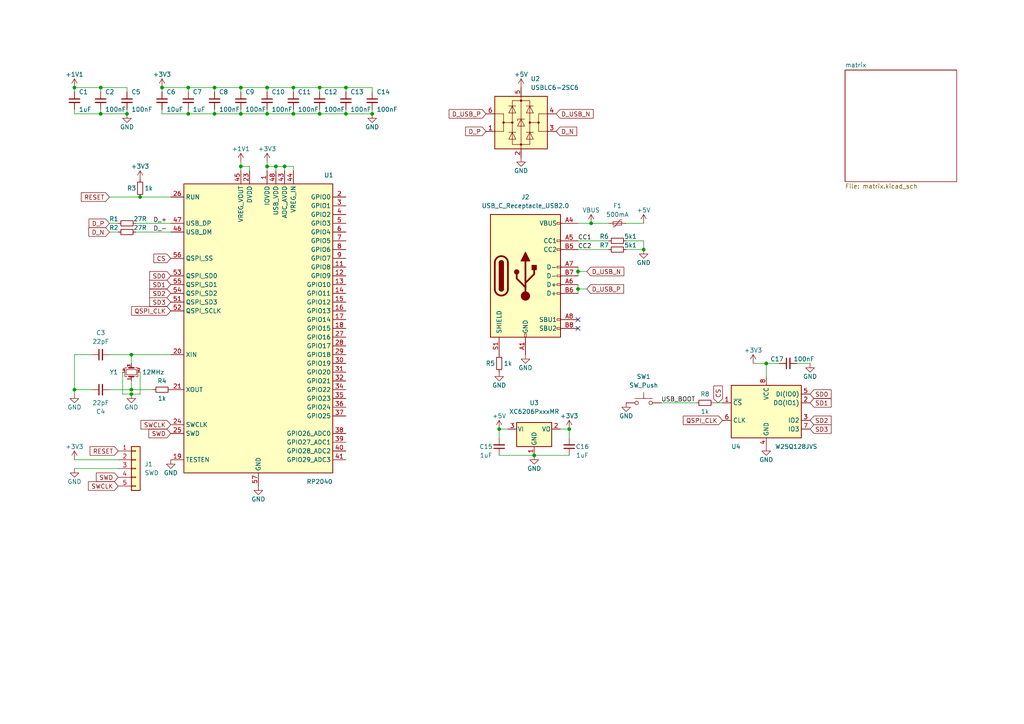
<source format=kicad_sch>
(kicad_sch (version 20211123) (generator eeschema)
  (paper "A4")
  (title_block (title "Swap 65 PCB"))
  (lib_symbols
    (symbol "Connector:USB_C_Receptacle_USB2.0" (pin_names (offset 1.016))
      (property "Reference" "J" (at -10.16 19.05 0))
      (property "Value" "USB_C_Receptacle_USB2.0" (at 19.05 19.05 0))
      (symbol "USB_C_Receptacle_USB2.0_0_0"
        (rectangle (start -0.254 -17.78) (end 0.254 -16.764))
        (rectangle (start 10.16 -14.986) (end 9.144 -15.494))
        (rectangle (start 10.16 -12.446) (end 9.144 -12.954))
        (rectangle (start 10.16 -4.826) (end 9.144 -5.334))
        (rectangle (start 10.16 -2.286) (end 9.144 -2.794))
        (rectangle (start 10.16 0.254) (end 9.144 -0.254))
        (rectangle (start 10.16 2.794) (end 9.144 2.286))
        (rectangle (start 10.16 7.874) (end 9.144 7.366))
        (rectangle (start 10.16 10.414) (end 9.144 9.906))
        (rectangle (start 10.16 15.494) (end 9.144 14.986))
      )
      (symbol "USB_C_Receptacle_USB2.0_0_1"
        (rectangle (start -10.16 17.78) (end 10.16 -17.78) (stroke (width 0.254)) (fill (type background)))
        (arc (start -8.89 -3.81) (mid -6.985 -5.715) (end -5.08 -3.81) (stroke (width 0.508)))
        (arc (start -7.62 -3.81) (mid -6.985 -4.445) (end -6.35 -3.81) (stroke (width 0.254)))
        (arc (start -7.62 -3.81) (mid -6.985 -4.445) (end -6.35 -3.81) (stroke (width 0.254)) (fill (type outline)))
        (rectangle (start -7.62 -3.81) (end -6.35 3.81) (stroke (width 0.254)) (fill (type outline)))
        (arc (start -6.35 3.81) (mid -6.985 4.445) (end -7.62 3.81) (stroke (width 0.254)))
        (arc (start -6.35 3.81) (mid -6.985 4.445) (end -7.62 3.81) (stroke (width 0.254)) (fill (type outline)))
        (arc (start -5.08 3.81) (mid -6.985 5.715) (end -8.89 3.81) (stroke (width 0.508)))
        (circle (center -2.54 1.143) (radius 0.635) (stroke (width 0.254)) (fill (type outline)))
        (circle (center 0 -5.842) (radius 1.27) (fill (type outline)))
        (polyline (pts (xy -8.89 -3.81) (xy -8.89 3.81)) (stroke (width 0.508)))
        (polyline (pts (xy -5.08 3.81) (xy -5.08 -3.81)) (stroke (width 0.508)))
        (polyline (pts (xy 0 -5.842) (xy 0 4.318)) (stroke (width 0.508)))
        (polyline (pts (xy 0 -3.302) (xy -2.54 -0.762) (xy -2.54 0.508)) (stroke (width 0.508)))
        (polyline (pts (xy 0 -2.032) (xy 2.54 0.508) (xy 2.54 1.778)) (stroke (width 0.508)))
        (polyline (pts (xy -1.27 4.318) (xy 0 6.858) (xy 1.27 4.318) (xy -1.27 4.318)) (stroke (width 0.254)) (fill (type outline)))
        (rectangle (start 1.905 1.778) (end 3.175 3.048) (stroke (width 0.254)) (fill (type outline)))
      )
      (symbol "USB_C_Receptacle_USB2.0_1_1"
        (pin passive line (at 0 -22.86 90) (length 5.08) (name "GND") (number "A1"))
        (pin passive line (at 0 -22.86 90) (length 5.08) hide (name "GND") (number "A12"))
        (pin passive line (at 15.24 15.24 180) (length 5.08) (name "VBUS") (number "A4"))
        (pin bidirectional line (at 15.24 10.16 180) (length 5.08) (name "CC1") (number "A5"))
        (pin bidirectional line (at 15.24 -2.54 180) (length 5.08) (name "D+") (number "A6"))
        (pin bidirectional line (at 15.24 2.54 180) (length 5.08) (name "D-") (number "A7"))
        (pin bidirectional line (at 15.24 -12.7 180) (length 5.08) (name "SBU1") (number "A8"))
        (pin passive line (at 15.24 15.24 180) (length 5.08) hide (name "VBUS") (number "A9"))
        (pin passive line (at 0 -22.86 90) (length 5.08) hide (name "GND") (number "B1"))
        (pin passive line (at 0 -22.86 90) (length 5.08) hide (name "GND") (number "B12"))
        (pin passive line (at 15.24 15.24 180) (length 5.08) hide (name "VBUS") (number "B4"))
        (pin bidirectional line (at 15.24 7.62 180) (length 5.08) (name "CC2") (number "B5"))
        (pin bidirectional line (at 15.24 -5.08 180) (length 5.08) (name "D+") (number "B6"))
        (pin bidirectional line (at 15.24 0 180) (length 5.08) (name "D-") (number "B7"))
        (pin bidirectional line (at 15.24 -15.24 180) (length 5.08) (name "SBU2") (number "B8"))
        (pin passive line (at 15.24 15.24 180) (length 5.08) hide (name "VBUS") (number "B9"))
        (pin passive line (at -7.62 -22.86 90) (length 5.08) (name "SHIELD") (number "S1"))
      )
    )
    (symbol "Connector_Generic:Conn_01x05" (pin_names (offset 1.016) hide)
      (property "Reference" "J" (at 0 7.62 0))
      (property "Value" "Conn_01x05" (at 0 -7.62 0))
      (symbol "Conn_01x05_1_1"
        (rectangle (start -1.27 -4.953) (end 0 -5.207) (stroke (width 0.1524)))
        (rectangle (start -1.27 -2.413) (end 0 -2.667) (stroke (width 0.1524)))
        (rectangle (start -1.27 0.127) (end 0 -0.127) (stroke (width 0.1524)))
        (rectangle (start -1.27 2.667) (end 0 2.413) (stroke (width 0.1524)))
        (rectangle (start -1.27 5.207) (end 0 4.953) (stroke (width 0.1524)))
        (rectangle (start -1.27 6.35) (end 1.27 -6.35) (stroke (width 0.254)) (fill (type background)))
        (pin passive line (at -5.08 5.08 0) (length 3.81) (name "Pin_1") (number "1"))
        (pin passive line (at -5.08 2.54 0) (length 3.81) (name "Pin_2") (number "2"))
        (pin passive line (at -5.08 0 0) (length 3.81) (name "Pin_3") (number "3"))
        (pin passive line (at -5.08 -2.54 0) (length 3.81) (name "Pin_4") (number "4"))
        (pin passive line (at -5.08 -5.08 0) (length 3.81) (name "Pin_5") (number "5"))
      )
    )
    (symbol "Device:C_Small" (pin_numbers hide) (pin_names (offset 0.254) hide)
      (property "Reference" "C" (at 0.254 1.778 0))
      (property "Value" "C_Small" (at 0.254 -2.032 0))
      (symbol "C_Small_0_1"
        (polyline (pts (xy -1.524 -0.508) (xy 1.524 -0.508)) (stroke (width 0.3302)))
        (polyline (pts (xy -1.524 0.508) (xy 1.524 0.508)) (stroke (width 0.3048)))
      )
      (symbol "C_Small_1_1"
        (pin passive line (at 0 2.54 270) (length 2.032) (name "~") (number "1"))
        (pin passive line (at 0 -2.54 90) (length 2.032) (name "~") (number "2"))
      )
    )
    (symbol "Device:Crystal_GND24_Small" (pin_names (offset 1.016) hide)
      (property "Reference" "Y" (at 1.27 4.445 0))
      (property "Value" "Crystal_GND24_Small" (at 1.27 2.54 0))
      (symbol "Crystal_GND24_Small_0_1"
        (rectangle (start -0.762 -1.524) (end 0.762 1.524))
        (polyline (pts (xy -1.27 -0.762) (xy -1.27 0.762)) (stroke (width 0.381)))
        (polyline (pts (xy 1.27 -0.762) (xy 1.27 0.762)) (stroke (width 0.381)))
        (polyline (pts (xy -1.27 -1.27) (xy -1.27 -1.905) (xy 1.27 -1.905) (xy 1.27 -1.27)))
        (polyline (pts (xy -1.27 1.27) (xy -1.27 1.905) (xy 1.27 1.905) (xy 1.27 1.27)))
      )
      (symbol "Crystal_GND24_Small_1_1"
        (pin passive line (at -2.54 0 0) (length 1.27) (name "1") (number "1"))
        (pin passive line (at 0 -2.54 90) (length 0.635) (name "2") (number "2"))
        (pin passive line (at 2.54 0 180) (length 1.27) (name "3") (number "3"))
        (pin passive line (at 0 2.54 270) (length 0.635) (name "4") (number "4"))
      )
    )
    (symbol "Device:Polyfuse_Small" (pin_numbers hide) (pin_names (offset 0))
      (property "Reference" "F" (at -1.905 0 90))
      (property "Value" "Polyfuse_Small" (at 1.905 0 90))
      (symbol "Polyfuse_Small_0_1"
        (rectangle (start -0.508 1.27) (end 0.508 -1.27))
        (polyline (pts (xy 0 2.54) (xy 0 -2.54)))
        (polyline (pts (xy -1.016 1.27) (xy -1.016 0.762) (xy 1.016 -0.762) (xy 1.016 -1.27)))
      )
      (symbol "Polyfuse_Small_1_1"
        (pin passive line (at 0 2.54 270) (length 0.635) (name "~") (number "1"))
        (pin passive line (at 0 -2.54 90) (length 0.635) (name "~") (number "2"))
      )
    )
    (symbol "Device:R_Small" (pin_numbers hide) (pin_names (offset 0.254) hide)
      (property "Reference" "R" (at 0.762 0.508 0))
      (property "Value" "R_Small" (at 0.762 -1.016 0))
      (symbol "R_Small_0_1"
        (rectangle (start -0.762 1.778) (end 0.762 -1.778) (stroke (width 0.2032)))
      )
      (symbol "R_Small_1_1"
        (pin passive line (at 0 2.54 270) (length 0.762) (name "~") (number "1"))
        (pin passive line (at 0 -2.54 90) (length 0.762) (name "~") (number "2"))
      )
    )
    (symbol "MCU_RaspberryPi:RP2040"
      (property "Reference" "U" (at 17.78 45.72 0))
      (property "Value" "RP2040" (at 17.78 43.18 0))
      (symbol "RP2040_0_1"
        (rectangle (start -21.59 41.91) (end 21.59 -41.91) (stroke (width 0.254)) (fill (type background)))
      )
      (symbol "RP2040_1_1"
        (pin power_in line (at 2.54 45.72 270) (length 3.81) (name "IOVDD") (number "1"))
        (pin passive line (at 2.54 45.72 270) (length 3.81) hide (name "IOVDD") (number "10"))
        (pin bidirectional line (at 25.4 17.78 180) (length 3.81) (name "GPIO8") (number "11"))
        (pin bidirectional line (at 25.4 15.24 180) (length 3.81) (name "GPIO9") (number "12"))
        (pin bidirectional line (at 25.4 12.7 180) (length 3.81) (name "GPIO10") (number "13"))
        (pin bidirectional line (at 25.4 10.16 180) (length 3.81) (name "GPIO11") (number "14"))
        (pin bidirectional line (at 25.4 7.62 180) (length 3.81) (name "GPIO12") (number "15"))
        (pin bidirectional line (at 25.4 5.08 180) (length 3.81) (name "GPIO13") (number "16"))
        (pin bidirectional line (at 25.4 2.54 180) (length 3.81) (name "GPIO14") (number "17"))
        (pin bidirectional line (at 25.4 0 180) (length 3.81) (name "GPIO15") (number "18"))
        (pin input line (at -25.4 -38.1 0) (length 3.81) (name "TESTEN") (number "19"))
        (pin bidirectional line (at 25.4 38.1 180) (length 3.81) (name "GPIO0") (number "2"))
        (pin input line (at -25.4 -7.62 0) (length 3.81) (name "XIN") (number "20"))
        (pin passive line (at -25.4 -17.78 0) (length 3.81) (name "XOUT") (number "21"))
        (pin passive line (at 2.54 45.72 270) (length 3.81) hide (name "IOVDD") (number "22"))
        (pin power_in line (at -2.54 45.72 270) (length 3.81) (name "DVDD") (number "23"))
        (pin output line (at -25.4 -27.94 0) (length 3.81) (name "SWCLK") (number "24"))
        (pin bidirectional line (at -25.4 -30.48 0) (length 3.81) (name "SWD") (number "25"))
        (pin input line (at -25.4 38.1 0) (length 3.81) (name "RUN") (number "26"))
        (pin bidirectional line (at 25.4 -2.54 180) (length 3.81) (name "GPIO16") (number "27"))
        (pin bidirectional line (at 25.4 -5.08 180) (length 3.81) (name "GPIO17") (number "28"))
        (pin bidirectional line (at 25.4 -7.62 180) (length 3.81) (name "GPIO18") (number "29"))
        (pin bidirectional line (at 25.4 35.56 180) (length 3.81) (name "GPIO1") (number "3"))
        (pin bidirectional line (at 25.4 -10.16 180) (length 3.81) (name "GPIO19") (number "30"))
        (pin bidirectional line (at 25.4 -12.7 180) (length 3.81) (name "GPIO20") (number "31"))
        (pin bidirectional line (at 25.4 -15.24 180) (length 3.81) (name "GPIO21") (number "32"))
        (pin passive line (at 2.54 45.72 270) (length 3.81) hide (name "IOVDD") (number "33"))
        (pin bidirectional line (at 25.4 -17.78 180) (length 3.81) (name "GPIO22") (number "34"))
        (pin bidirectional line (at 25.4 -20.32 180) (length 3.81) (name "GPIO23") (number "35"))
        (pin bidirectional line (at 25.4 -22.86 180) (length 3.81) (name "GPIO24") (number "36"))
        (pin bidirectional line (at 25.4 -25.4 180) (length 3.81) (name "GPIO25") (number "37"))
        (pin bidirectional line (at 25.4 -30.48 180) (length 3.81) (name "GPIO26_ADC0") (number "38"))
        (pin bidirectional line (at 25.4 -33.02 180) (length 3.81) (name "GPIO27_ADC1") (number "39"))
        (pin bidirectional line (at 25.4 33.02 180) (length 3.81) (name "GPIO2") (number "4"))
        (pin bidirectional line (at 25.4 -35.56 180) (length 3.81) (name "GPIO28_ADC2") (number "40"))
        (pin bidirectional line (at 25.4 -38.1 180) (length 3.81) (name "GPIO29_ADC3") (number "41"))
        (pin passive line (at 2.54 45.72 270) (length 3.81) hide (name "IOVDD") (number "42"))
        (pin power_in line (at 7.62 45.72 270) (length 3.81) (name "ADC_AVDD") (number "43"))
        (pin power_in line (at 10.16 45.72 270) (length 3.81) (name "VREG_IN") (number "44"))
        (pin power_out line (at -5.08 45.72 270) (length 3.81) (name "VREG_VOUT") (number "45"))
        (pin bidirectional line (at -25.4 27.94 0) (length 3.81) (name "USB_DM") (number "46"))
        (pin bidirectional line (at -25.4 30.48 0) (length 3.81) (name "USB_DP") (number "47"))
        (pin power_in line (at 5.08 45.72 270) (length 3.81) (name "USB_VDD") (number "48"))
        (pin passive line (at 2.54 45.72 270) (length 3.81) hide (name "IOVDD") (number "49"))
        (pin bidirectional line (at 25.4 30.48 180) (length 3.81) (name "GPIO3") (number "5"))
        (pin passive line (at -2.54 45.72 270) (length 3.81) hide (name "DVDD") (number "50"))
        (pin bidirectional line (at -25.4 7.62 0) (length 3.81) (name "QSPI_SD3") (number "51"))
        (pin output line (at -25.4 5.08 0) (length 3.81) (name "QSPI_SCLK") (number "52"))
        (pin bidirectional line (at -25.4 15.24 0) (length 3.81) (name "QSPI_SD0") (number "53"))
        (pin bidirectional line (at -25.4 10.16 0) (length 3.81) (name "QSPI_SD2") (number "54"))
        (pin bidirectional line (at -25.4 12.7 0) (length 3.81) (name "QSPI_SD1") (number "55"))
        (pin bidirectional line (at -25.4 20.32 0) (length 3.81) (name "QSPI_SS") (number "56"))
        (pin power_in line (at 0 -45.72 90) (length 3.81) (name "GND") (number "57"))
        (pin bidirectional line (at 25.4 27.94 180) (length 3.81) (name "GPIO4") (number "6"))
        (pin bidirectional line (at 25.4 25.4 180) (length 3.81) (name "GPIO5") (number "7"))
        (pin bidirectional line (at 25.4 22.86 180) (length 3.81) (name "GPIO6") (number "8"))
        (pin bidirectional line (at 25.4 20.32 180) (length 3.81) (name "GPIO7") (number "9"))
      )
    )
    (symbol "Memory_Flash:W25Q128JVS"
      (property "Reference" "U" (at -8.89 8.89 0))
      (property "Value" "W25Q128JVS" (at 7.62 8.89 0))
      (symbol "W25Q128JVS_0_1"
        (rectangle (start -10.16 7.62) (end 10.16 -7.62) (stroke (width 0.254)) (fill (type background)))
      )
      (symbol "W25Q128JVS_1_1"
        (pin input line (at -12.7 2.54 0) (length 2.54) (name "~{CS}") (number "1"))
        (pin bidirectional line (at 12.7 2.54 180) (length 2.54) (name "DO(IO1)") (number "2"))
        (pin bidirectional line (at 12.7 -2.54 180) (length 2.54) (name "IO2") (number "3"))
        (pin power_in line (at 0 -10.16 90) (length 2.54) (name "GND") (number "4"))
        (pin bidirectional line (at 12.7 5.08 180) (length 2.54) (name "DI(IO0)") (number "5"))
        (pin input line (at -12.7 -2.54 0) (length 2.54) (name "CLK") (number "6"))
        (pin bidirectional line (at 12.7 -5.08 180) (length 2.54) (name "IO3") (number "7"))
        (pin power_in line (at 0 10.16 270) (length 2.54) (name "VCC") (number "8"))
      )
    )
    (symbol "Power_Protection:USBLC6-2SC6" (pin_names hide)
      (property "Reference" "U" (at 2.54 8.89 0))
      (property "Value" "USBLC6-2SC6" (at 2.54 -8.89 0))
      (symbol "USBLC6-2SC6_0_1"
        (rectangle (start -7.62 -7.62) (end 7.62 7.62) (stroke (width 0.254)) (fill (type background)))
        (circle (center -5.08 0) (radius 0.254) (fill (type outline)))
        (circle (center -2.54 0) (radius 0.254) (fill (type outline)))
        (rectangle (start -2.54 6.35) (end 2.54 -6.35))
        (circle (center 0 -6.35) (radius 0.254) (fill (type outline)))
        (polyline (pts (xy -5.08 -2.54) (xy -7.62 -2.54)))
        (polyline (pts (xy -5.08 0) (xy -5.08 -2.54)))
        (polyline (pts (xy -5.08 2.54) (xy -7.62 2.54)))
        (polyline (pts (xy -1.524 -2.794) (xy -3.556 -2.794)))
        (polyline (pts (xy -1.524 4.826) (xy -3.556 4.826)))
        (polyline (pts (xy 0 -7.62) (xy 0 -6.35)))
        (polyline (pts (xy 0 -6.35) (xy 0 1.27)))
        (polyline (pts (xy 0 1.27) (xy 0 6.35)))
        (polyline (pts (xy 0 6.35) (xy 0 7.62)))
        (polyline (pts (xy 1.524 -2.794) (xy 3.556 -2.794)))
        (polyline (pts (xy 1.524 4.826) (xy 3.556 4.826)))
        (polyline (pts (xy 5.08 -2.54) (xy 7.62 -2.54)))
        (polyline (pts (xy 5.08 0) (xy 5.08 -2.54)))
        (polyline (pts (xy 5.08 2.54) (xy 7.62 2.54)))
        (polyline (pts (xy -2.54 0) (xy -5.08 0) (xy -5.08 2.54)))
        (polyline (pts (xy 2.54 0) (xy 5.08 0) (xy 5.08 2.54)))
        (polyline (pts (xy -3.556 -4.826) (xy -1.524 -4.826) (xy -2.54 -2.794) (xy -3.556 -4.826)))
        (polyline (pts (xy -3.556 2.794) (xy -1.524 2.794) (xy -2.54 4.826) (xy -3.556 2.794)))
        (polyline (pts (xy -1.016 -1.016) (xy 1.016 -1.016) (xy 0 1.016) (xy -1.016 -1.016)))
        (polyline (pts (xy 1.016 1.016) (xy 0.762 1.016) (xy -1.016 1.016) (xy -1.016 0.508)))
        (polyline (pts (xy 3.556 -4.826) (xy 1.524 -4.826) (xy 2.54 -2.794) (xy 3.556 -4.826)))
        (polyline (pts (xy 3.556 2.794) (xy 1.524 2.794) (xy 2.54 4.826) (xy 3.556 2.794)))
        (circle (center 0 6.35) (radius 0.254) (fill (type outline)))
        (circle (center 2.54 0) (radius 0.254) (fill (type outline)))
        (circle (center 5.08 0) (radius 0.254) (fill (type outline)))
      )
      (symbol "USBLC6-2SC6_1_1"
        (pin passive line (at -10.16 -2.54 0) (length 2.54) (name "I/O1") (number "1"))
        (pin passive line (at 0 -10.16 90) (length 2.54) (name "GND") (number "2"))
        (pin passive line (at 10.16 -2.54 180) (length 2.54) (name "I/O2") (number "3"))
        (pin passive line (at 10.16 2.54 180) (length 2.54) (name "I/O2") (number "4"))
        (pin passive line (at 0 10.16 270) (length 2.54) (name "VBUS") (number "5"))
        (pin passive line (at -10.16 2.54 0) (length 2.54) (name "I/O1") (number "6"))
      )
    )
    (symbol "Regulator_Linear:XC6206PxxxMR" (pin_names (offset 0.254))
      (property "Reference" "U" (at -3.81 3.175 0))
      (property "Value" "XC6206PxxxMR" (at 0 3.175 0))
      (symbol "XC6206PxxxMR_0_1"
        (rectangle (start -5.08 1.905) (end 5.08 -5.08) (stroke (width 0.254)) (fill (type background)))
      )
      (symbol "XC6206PxxxMR_1_1"
        (pin power_in line (at 0 -7.62 90) (length 2.54) (name "GND") (number "1"))
        (pin power_out line (at 7.62 0 180) (length 2.54) (name "VO") (number "2"))
        (pin power_in line (at -7.62 0 0) (length 2.54) (name "VI") (number "3"))
      )
    )
    (symbol "Switch:SW_Push" (pin_numbers hide) (pin_names (offset 1.016) hide)
      (property "Reference" "SW" (at 1.27 2.54 0))
      (property "Value" "SW_Push" (at 0 -1.524 0))
      (symbol "SW_Push_0_1"
        (circle (center -2.032 0) (radius 0.508))
        (polyline (pts (xy 0 1.27) (xy 0 3.048)))
        (polyline (pts (xy 2.54 1.27) (xy -2.54 1.27)))
        (circle (center 2.032 0) (radius 0.508))
        (pin passive line (at -5.08 0 0) (length 2.54) (name "1") (number "1"))
        (pin passive line (at 5.08 0 180) (length 2.54) (name "2") (number "2"))
      )
    )
    (symbol "power:+1V1" (power) (pin_names (offset 0))
      (property "Value" "+1V1" (at 0 3.556 0))
      (symbol "+1V1_0_1"
        (polyline (pts (xy -0.762 1.27) (xy 0 2.54)))
        (polyline (pts (xy 0 0) (xy 0 2.54)))
        (polyline (pts (xy 0 2.54) (xy 0.762 1.27)))
      )
      (symbol "+1V1_1_1"
        (pin power_in line (at 0 0 90) (length 0) hide (name "+1V1") (number "1"))
      )
    )
    (symbol "power:+3V3" (power) (pin_names (offset 0))
      (property "Value" "+3V3" (at 0 3.556 0))
      (symbol "+3V3_0_1"
        (polyline (pts (xy -0.762 1.27) (xy 0 2.54)))
        (polyline (pts (xy 0 0) (xy 0 2.54)))
        (polyline (pts (xy 0 2.54) (xy 0.762 1.27)))
      )
      (symbol "+3V3_1_1"
        (pin power_in line (at 0 0 90) (length 0) hide (name "+3V3") (number "1"))
      )
    )
    (symbol "power:+5V" (power) (pin_names (offset 0))
      (property "Value" "+5V" (at 0 3.556 0))
      (symbol "+5V_0_1"
        (polyline (pts (xy -0.762 1.27) (xy 0 2.54)))
        (polyline (pts (xy 0 0) (xy 0 2.54)))
        (polyline (pts (xy 0 2.54) (xy 0.762 1.27)))
      )
      (symbol "+5V_1_1"
        (pin power_in line (at 0 0 90) (length 0) hide (name "+5V") (number "1"))
      )
    )
    (symbol "power:GND" (power) (pin_names (offset 0))
      (property "Value" "GND" (at 0 -3.81 0))
      (symbol "GND_0_1"
        (polyline (pts (xy 0 0) (xy 0 -1.27) (xy 1.27 -1.27) (xy 0 -2.54) (xy -1.27 -1.27) (xy 0 -1.27)))
      )
      (symbol "GND_1_1"
        (pin power_in line (at 0 0 270) (length 0) hide (name "GND") (number "1"))
      )
    )
    (symbol "power:VBUS" (power) (pin_names (offset 0))
      (property "Value" "VBUS" (at 0 3.81 0))
      (symbol "VBUS_0_1"
        (polyline (pts (xy -0.762 1.27) (xy 0 2.54)))
        (polyline (pts (xy 0 0) (xy 0 2.54)))
        (polyline (pts (xy 0 2.54) (xy 0.762 1.27)))
      )
      (symbol "VBUS_1_1"
        (pin power_in line (at 0 0 90) (length 0) hide (name "VBUS") (number "1"))
      )
    )
  )
  (junction (at 38.1 114.3))
  (junction (at 38.1 113.03))
  (junction (at 62.23 25.4))
  (junction (at 29.21 25.4))
  (junction (at 100.33 25.4))
  (junction (at 222.25 105.41))
  (junction (at 62.23 33.02))
  (junction (at 40.64 57.15))
  (junction (at 21.59 113.03))
  (junction (at 21.59 25.4))
  (junction (at 85.09 25.4))
  (junction (at 54.61 25.4))
  (junction (at 46.99 25.4))
  (junction (at 154.94 132.08))
  (junction (at 77.47 48.26))
  (junction (at 186.69 72.39))
  (junction (at 82.55 48.26))
  (junction (at 69.85 25.4))
  (junction (at 92.71 25.4))
  (junction (at 171.45 64.77))
  (junction (at 80.01 48.26))
  (junction (at 167.64 83.82))
  (junction (at 85.09 33.02))
  (junction (at 107.95 33.02))
  (junction (at 69.85 33.02))
  (junction (at 54.61 33.02))
  (junction (at 77.47 33.02))
  (junction (at 167.64 78.74))
  (junction (at 38.1 102.87))
  (junction (at 29.21 33.02))
  (junction (at 77.47 25.4))
  (junction (at 165.1 124.46))
  (junction (at 69.85 48.26))
  (junction (at 92.71 33.02))
  (junction (at 144.78 124.46))
  (junction (at 36.83 33.02))
  (junction (at 100.33 33.02))
  (no_connect (at 167.64 95.25))
  (no_connect (at 167.64 92.71))
  (wire (pts (xy 165.1 124.46) (xy 165.1 127)))
  (wire (pts (xy 191.77 116.84) (xy 201.93 116.84)))
  (wire (pts (xy 69.85 25.4) (xy 69.85 26.67)))
  (wire (pts (xy 167.64 82.55) (xy 167.64 83.82)))
  (wire (pts (xy 85.09 25.4) (xy 92.71 25.4)))
  (wire (pts (xy 40.64 57.15) (xy 49.53 57.15)))
  (wire (pts (xy 21.59 113.03) (xy 26.67 113.03)))
  (wire (pts (xy 69.85 31.75) (xy 69.85 33.02)))
  (wire (pts (xy 181.61 72.39) (xy 186.69 72.39)))
  (wire (pts (xy 144.78 124.46) (xy 147.32 124.46)))
  (wire (pts (xy 222.25 105.41) (xy 226.06 105.41)))
  (wire (pts (xy 40.64 107.95) (xy 40.64 114.3)))
  (wire (pts (xy 107.95 25.4) (xy 107.95 26.67)))
  (wire (pts (xy 69.85 48.26) (xy 72.39 48.26)))
  (wire (pts (xy 77.47 31.75) (xy 77.47 33.02)))
  (wire (pts (xy 54.61 33.02) (xy 46.99 33.02)))
  (wire (pts (xy 39.37 64.77) (xy 49.53 64.77)))
  (wire (pts (xy 167.64 78.74) (xy 167.64 80.01)))
  (wire (pts (xy 92.71 25.4) (xy 100.33 25.4)))
  (wire (pts (xy 170.18 83.82) (xy 167.64 83.82)))
  (wire (pts (xy 77.47 25.4) (xy 77.47 26.67)))
  (wire (pts (xy 144.78 124.46) (xy 144.78 127)))
  (wire (pts (xy 100.33 25.4) (xy 107.95 25.4)))
  (wire (pts (xy 62.23 25.4) (xy 62.23 26.67)))
  (wire (pts (xy 35.56 114.3) (xy 38.1 114.3)))
  (wire (pts (xy 31.75 57.15) (xy 40.64 57.15)))
  (wire (pts (xy 167.64 69.85) (xy 176.53 69.85)))
  (wire (pts (xy 39.37 67.31) (xy 49.53 67.31)))
  (wire (pts (xy 100.33 33.02) (xy 92.71 33.02)))
  (wire (pts (xy 29.21 33.02) (xy 21.59 33.02)))
  (wire (pts (xy 21.59 25.4) (xy 29.21 25.4)))
  (wire (pts (xy 80.01 48.26) (xy 82.55 48.26)))
  (wire (pts (xy 107.95 31.75) (xy 107.95 33.02)))
  (wire (pts (xy 167.64 83.82) (xy 167.64 85.09)))
  (wire (pts (xy 46.99 33.02) (xy 46.99 31.75)))
  (wire (pts (xy 77.47 33.02) (xy 69.85 33.02)))
  (wire (pts (xy 35.56 107.95) (xy 35.56 114.3)))
  (wire (pts (xy 36.83 33.02) (xy 29.21 33.02)))
  (wire (pts (xy 62.23 25.4) (xy 69.85 25.4)))
  (wire (pts (xy 77.47 46.99) (xy 77.47 48.26)))
  (wire (pts (xy 167.64 78.74) (xy 170.18 78.74)))
  (wire (pts (xy 167.64 77.47) (xy 167.64 78.74)))
  (wire (pts (xy 21.59 26.67) (xy 21.59 25.4)))
  (wire (pts (xy 100.33 31.75) (xy 100.33 33.02)))
  (wire (pts (xy 21.59 113.03) (xy 21.59 114.3)))
  (wire (pts (xy 85.09 33.02) (xy 77.47 33.02)))
  (wire (pts (xy 85.09 49.53) (xy 85.09 48.26)))
  (wire (pts (xy 69.85 33.02) (xy 62.23 33.02)))
  (wire (pts (xy 181.61 69.85) (xy 186.69 69.85)))
  (wire (pts (xy 181.61 64.77) (xy 186.69 64.77)))
  (wire (pts (xy 85.09 48.26) (xy 82.55 48.26)))
  (wire (pts (xy 38.1 114.3) (xy 40.64 114.3)))
  (wire (pts (xy 38.1 113.03) (xy 44.45 113.03)))
  (wire (pts (xy 29.21 31.75) (xy 29.21 33.02)))
  (wire (pts (xy 36.83 31.75) (xy 36.83 33.02)))
  (wire (pts (xy 46.99 25.4) (xy 54.61 25.4)))
  (wire (pts (xy 21.59 135.89) (xy 34.29 135.89)))
  (wire (pts (xy 29.21 25.4) (xy 36.83 25.4)))
  (wire (pts (xy 54.61 25.4) (xy 54.61 26.67)))
  (wire (pts (xy 92.71 25.4) (xy 92.71 26.67)))
  (wire (pts (xy 167.64 64.77) (xy 171.45 64.77)))
  (wire (pts (xy 54.61 31.75) (xy 54.61 33.02)))
  (wire (pts (xy 100.33 25.4) (xy 100.33 26.67)))
  (wire (pts (xy 38.1 102.87) (xy 38.1 105.41)))
  (wire (pts (xy 62.23 33.02) (xy 54.61 33.02)))
  (wire (pts (xy 54.61 25.4) (xy 62.23 25.4)))
  (wire (pts (xy 38.1 110.49) (xy 38.1 113.03)))
  (wire (pts (xy 171.45 64.77) (xy 176.53 64.77)))
  (wire (pts (xy 207.01 116.84) (xy 209.55 116.84)))
  (wire (pts (xy 31.75 113.03) (xy 38.1 113.03)))
  (wire (pts (xy 144.78 132.08) (xy 154.94 132.08)))
  (wire (pts (xy 77.47 48.26) (xy 77.47 49.53)))
  (wire (pts (xy 29.21 25.4) (xy 29.21 26.67)))
  (wire (pts (xy 21.59 102.87) (xy 21.59 113.03)))
  (wire (pts (xy 31.75 67.31) (xy 34.29 67.31)))
  (wire (pts (xy 80.01 48.26) (xy 80.01 49.53)))
  (wire (pts (xy 69.85 46.99) (xy 69.85 48.26)))
  (wire (pts (xy 85.09 31.75) (xy 85.09 33.02)))
  (wire (pts (xy 218.44 105.41) (xy 222.25 105.41)))
  (wire (pts (xy 62.23 31.75) (xy 62.23 33.02)))
  (wire (pts (xy 21.59 102.87) (xy 26.67 102.87)))
  (wire (pts (xy 92.71 31.75) (xy 92.71 33.02)))
  (wire (pts (xy 31.75 64.77) (xy 34.29 64.77)))
  (wire (pts (xy 72.39 49.53) (xy 72.39 48.26)))
  (wire (pts (xy 186.69 69.85) (xy 186.69 72.39)))
  (wire (pts (xy 77.47 25.4) (xy 85.09 25.4)))
  (wire (pts (xy 31.75 102.87) (xy 38.1 102.87)))
  (wire (pts (xy 231.14 105.41) (xy 234.95 105.41)))
  (wire (pts (xy 69.85 25.4) (xy 77.47 25.4)))
  (wire (pts (xy 21.59 31.75) (xy 21.59 33.02)))
  (wire (pts (xy 85.09 25.4) (xy 85.09 26.67)))
  (wire (pts (xy 80.01 48.26) (xy 77.47 48.26)))
  (wire (pts (xy 46.99 26.67) (xy 46.99 25.4)))
  (wire (pts (xy 92.71 33.02) (xy 85.09 33.02)))
  (wire (pts (xy 82.55 49.53) (xy 82.55 48.26)))
  (wire (pts (xy 107.95 33.02) (xy 100.33 33.02)))
  (wire (pts (xy 167.64 72.39) (xy 176.53 72.39)))
  (wire (pts (xy 49.53 102.87) (xy 38.1 102.87)))
  (wire (pts (xy 69.85 48.26) (xy 69.85 49.53)))
  (wire (pts (xy 21.59 133.35) (xy 34.29 133.35)))
  (wire (pts (xy 36.83 25.4) (xy 36.83 26.67)))
  (wire (pts (xy 162.56 124.46) (xy 165.1 124.46)))
  (wire (pts (xy 154.94 132.08) (xy 165.1 132.08)))
  (wire (pts (xy 222.25 105.41) (xy 222.25 109.22)))
  (label "D_+" (at 44.45 64.77 0))
  (label "CC1" (at 167.64 69.85 0))
  (label "D_-" (at 44.45 67.31 0))
  (label "CC2" (at 167.64 72.39 0))
  (label "USB_BOOT" (at 191.77 116.84 0))
  (global_label "RESET" (shape input) (at 31.75 57.15 180) (property "Intersheet References" "${INTERSHEET_REFS}" (effects hide)))
  (global_label "QSPI_CLK" (shape input) (at 209.55 121.92 180) (property "Intersheet References" "${INTERSHEET_REFS}" (effects hide)))
  (global_label "D_USB_P" (shape input) (at 140.97 33.02 180) (property "Intersheet References" "${INTERSHEET_REFS}" (effects hide)))
  (global_label "SD2" (shape input) (at 49.53 85.09 180) (property "Intersheet References" "${INTERSHEET_REFS}" (effects hide)))
  (global_label "QSPI_CLK" (shape input) (at 49.53 90.17 180) (property "Intersheet References" "${INTERSHEET_REFS}" (effects hide)))
  (global_label "SD0" (shape input) (at 234.95 114.3 0) (property "Intersheet References" "${INTERSHEET_REFS}" (effects hide)))
  (global_label "SWCLK" (shape input) (at 34.29 140.97 180) (property "Intersheet References" "${INTERSHEET_REFS}" (effects hide)))
  (global_label "CS" (shape input) (at 49.53 74.93 180) (property "Intersheet References" "${INTERSHEET_REFS}" (effects hide)))
  (global_label "D_P" (shape input) (at 140.97 38.1 180) (property "Intersheet References" "${INTERSHEET_REFS}" (effects hide)))
  (global_label "SD3" (shape input) (at 49.53 87.63 180) (property "Intersheet References" "${INTERSHEET_REFS}" (effects hide)))
  (global_label "CS" (shape input) (at 208.28 116.84 90) (property "Intersheet References" "${INTERSHEET_REFS}" (effects hide)))
  (global_label "SWD" (shape input) (at 34.29 138.43 180) (property "Intersheet References" "${INTERSHEET_REFS}" (effects hide)))
  (global_label "D_USB_N" (shape input) (at 170.18 78.74 0) (property "Intersheet References" "${INTERSHEET_REFS}" (effects hide)))
  (global_label "SD2" (shape input) (at 234.95 121.92 0) (property "Intersheet References" "${INTERSHEET_REFS}" (effects hide)))
  (global_label "RESET" (shape input) (at 34.29 130.81 180) (property "Intersheet References" "${INTERSHEET_REFS}" (effects hide)))
  (global_label "SWCLK" (shape input) (at 49.53 123.19 180) (property "Intersheet References" "${INTERSHEET_REFS}" (effects hide)))
  (global_label "D_P" (shape input) (at 31.75 64.77 180) (property "Intersheet References" "${INTERSHEET_REFS}" (effects hide)))
  (global_label "D_USB_N" (shape input) (at 161.29 33.02 0) (property "Intersheet References" "${INTERSHEET_REFS}" (effects hide)))
  (global_label "D_N" (shape input) (at 161.29 38.1 0) (property "Intersheet References" "${INTERSHEET_REFS}" (effects hide)))
  (global_label "D_N" (shape input) (at 31.75 67.31 180) (property "Intersheet References" "${INTERSHEET_REFS}" (effects hide)))
  (global_label "D_USB_P" (shape input) (at 170.18 83.82 0) (property "Intersheet References" "${INTERSHEET_REFS}" (effects hide)))
  (global_label "SD1" (shape input) (at 234.95 116.84 0) (property "Intersheet References" "${INTERSHEET_REFS}" (effects hide)))
  (global_label "SD3" (shape input) (at 234.95 124.46 0) (property "Intersheet References" "${INTERSHEET_REFS}" (effects hide)))
  (global_label "SWD" (shape input) (at 49.53 125.73 180) (property "Intersheet References" "${INTERSHEET_REFS}" (effects hide)))
  (global_label "SD0" (shape input) (at 49.53 80.01 180) (property "Intersheet References" "${INTERSHEET_REFS}" (effects hide)))
  (global_label "SD1" (shape input) (at 49.53 82.55 180) (property "Intersheet References" "${INTERSHEET_REFS}" (effects hide)))
  (symbol (lib_id "Device:C_Small") (at 100.33 29.21 0) (unit 1)
    (property "Reference" "C13" (at 101.6 26.67 0) (effects (justify left)))
    (property "Value" "100nF" (at 101.6 31.75 0) (effects (justify left)))
  )
  (symbol (lib_id "Device:R_Small") (at 179.07 69.85 90) (unit 1)
    (property "Reference" "R6" (at 175.26 68.58 90))
    (property "Value" "5k1" (at 182.88 68.58 90))
  )
  (symbol (lib_id "power:+3V3") (at 77.47 46.99 0) (unit 1)
    (property "Reference" "#PWR012" (effects hide))
    (property "Value" "+3V3" (at 77.47 43.18 0))
  )
  (symbol (lib_id "power:GND") (at 154.94 132.08 0) (unit 1)
    (property "Reference" "#PWR019" (effects hide))
    (property "Value" "GND" (at 154.94 135.89 0))
  )
  (symbol (lib_id "Device:C_Small") (at 29.21 113.03 90) (unit 1)
    (property "Reference" "C4" (at 29.21 119.38 90))
    (property "Value" "22pF" (at 29.21 116.84 90))
  )
  (symbol (lib_id "power:+5V") (at 186.69 64.77 0) (unit 1)
    (property "Reference" "#PWR023" (effects hide))
    (property "Value" "+5V" (at 186.69 60.96 0))
  )
  (symbol (lib_id "power:GND") (at 234.95 105.41 0) (unit 1)
    (property "Reference" "#PWR027" (effects hide))
    (property "Value" "GND" (at 234.95 109.22 0))
  )
  (symbol (lib_id "power:+3V3") (at 46.99 25.4 0) (unit 1)
    (property "Reference" "#PWR?" (effects hide))
    (property "Value" "+3V3" (at 46.99 21.59 0))
  )
  (symbol (lib_id "power:VBUS") (at 171.45 64.77 0) (unit 1)
    (property "Reference" "#PWR021" (effects hide))
    (property "Value" "VBUS" (at 171.45 60.96 0))
  )
  (symbol (lib_id "power:+5V") (at 144.78 124.46 0) (unit 1)
    (property "Reference" "#PWR015" (effects hide))
    (property "Value" "+5V" (at 144.78 120.65 0))
  )
  (symbol (lib_id "Device:C_Small") (at 29.21 102.87 90) (unit 1)
    (property "Reference" "C3" (at 29.2163 96.52 90))
    (property "Value" "22pF" (at 29.2163 99.06 90))
  )
  (symbol (lib_id "Device:Polyfuse_Small") (at 179.07 64.77 90) (unit 1)
    (property "Reference" "F1" (at 179.07 59.69 90))
    (property "Value" "500mA" (at 179.07 62.23 90))
  )
  (symbol (lib_id "Device:C_Small") (at 54.61 29.21 0) (unit 1)
    (property "Reference" "C7" (at 55.88 26.67 0) (effects (justify left)))
    (property "Value" "1uF" (at 55.88 31.75 0) (effects (justify left)))
  )
  (symbol (lib_id "power:GND") (at 144.78 107.95 0) (unit 1)
    (property "Reference" "#PWR014" (effects hide))
    (property "Value" "GND" (at 144.78 111.76 0))
  )
  (symbol (lib_id "Device:R_Small") (at 144.78 105.41 180) (unit 1)
    (property "Reference" "R5" (at 142.24 105.41 0))
    (property "Value" "1k" (at 147.32 105.41 0))
  )
  (symbol (lib_id "Device:C_Small") (at 29.21 29.21 0) (unit 1)
    (property "Reference" "C2" (at 30.48 26.67 0) (effects (justify left)))
    (property "Value" "100nF" (at 30.48 31.75 0) (effects (justify left)))
  )
  (symbol (lib_id "Device:C_Small") (at 107.95 29.21 0) (unit 1)
    (property "Reference" "C14" (at 109.22 26.67 0) (effects (justify left)))
    (property "Value" "100nF" (at 109.22 31.75 0) (effects (justify left)))
  )
  (symbol (lib_id "Device:C_Small") (at 21.59 29.21 0) (unit 1)
    (property "Reference" "C1" (at 22.86 26.67 0) (effects (justify left)))
    (property "Value" "1uF" (at 22.86 31.75 0) (effects (justify left)))
  )
  (symbol (lib_id "Device:R_Small") (at 36.83 64.77 90) (unit 1)
    (property "Reference" "R1" (at 33.02 63.5 90))
    (property "Value" "27R" (at 40.64 63.5 90))
  )
  (symbol (lib_id "Regulator_Linear:XC6206PxxxMR") (at 154.94 124.46 0) (unit 1)
    (property "Reference" "U3" (at 154.94 116.84 0))
    (property "Value" "XC6206PxxxMR" (at 154.94 119.38 0))
    (property "Footprint" "Package_TO_SOT_SMD:SOT-23-3" (effects hide))
    (property "Datasheet" "https://www.torexsemi.com/file/xc6206/XC6206.pdf" (effects hide))
  )
  (symbol (lib_id "Device:C_Small") (at 46.99 29.21 0) (unit 1)
    (property "Reference" "C6" (at 48.26 26.67 0) (effects (justify left)))
    (property "Value" "10uF" (at 48.26 31.75 0) (effects (justify left)))
  )
  (symbol (lib_id "power:GND") (at 21.59 135.89 0) (unit 1)
    (property "Reference" "#PWR04" (effects hide))
    (property "Value" "GND" (at 21.59 139.7 0))
  )
  (symbol (lib_id "power:+3V3") (at 218.44 105.41 0) (unit 1)
    (property "Reference" "#PWR025" (effects hide))
    (property "Value" "+3V3" (at 218.44 101.6 0))
  )
  (symbol (lib_id "Device:R_Small") (at 204.47 116.84 90) (unit 1)
    (property "Reference" "R8" (at 204.47 114.3 90))
    (property "Value" "1k" (at 204.47 119.38 90))
  )
  (symbol (lib_id "power:GND") (at 38.1 114.3 0) (unit 1)
    (property "Reference" "#PWR06" (effects hide))
    (property "Value" "GND" (at 38.1 118.11 0))
  )
  (symbol (lib_id "Device:R_Small") (at 36.83 67.31 90) (unit 1)
    (property "Reference" "R2" (at 33.02 66.04 90))
    (property "Value" "27R" (at 40.64 66.04 90))
  )
  (symbol (lib_id "power:GND") (at 181.61 116.84 0) (unit 1)
    (property "Reference" "#PWR022" (effects hide))
    (property "Value" "GND" (at 181.61 120.65 0))
  )
  (symbol (lib_id "MCU_RaspberryPi:RP2040") (at 74.93 95.25 0) (unit 1)
    (property "Reference" "U1" (at 93.98 50.8 0) (effects (justify left)))
    (property "Value" "RP2040" (at 88.9 139.7 0) (effects (justify left)))
    (property "Footprint" "Package_DFN_QFN:QFN-56-1EP_7x7mm_P0.4mm_EP3.2x3.2mm" (effects hide))
    (property "Datasheet" "https://datasheets.raspberrypi.com/rp2040/rp2040-datasheet.pdf" (effects hide))
  )
  (symbol (lib_id "power:GND") (at 152.4 102.87 0) (unit 1)
    (property "Reference" "#PWR018" (effects hide))
    (property "Value" "GND" (at 152.4 106.68 0))
  )
  (symbol (lib_id "power:+3V3") (at 40.64 52.07 0) (unit 1)
    (property "Reference" "#PWR07" (effects hide))
    (property "Value" "+3V3" (at 40.64 48.26 0))
  )
  (symbol (lib_id "power:GND") (at 21.59 114.3 0) (unit 1)
    (property "Reference" "#PWR02" (effects hide))
    (property "Value" "GND" (at 21.59 118.11 0))
  )
  (symbol (lib_id "Device:R_Small") (at 46.99 113.03 90) (unit 1)
    (property "Reference" "R4" (at 46.99 110.49 90))
    (property "Value" "1k" (at 46.99 115.57 90))
  )
  (symbol (lib_id "Device:C_Small") (at 85.09 29.21 0) (unit 1)
    (property "Reference" "C11" (at 86.36 26.67 0) (effects (justify left)))
    (property "Value" "100nF" (at 86.36 31.75 0) (effects (justify left)))
  )
  (symbol (lib_id "power:GND") (at 107.95 33.02 0) (unit 1)
    (property "Reference" "#PWR013" (effects hide))
    (property "Value" "GND" (at 107.95 36.83 0))
  )
  (symbol (lib_id "Device:C_Small") (at 77.47 29.21 0) (unit 1)
    (property "Reference" "C10" (at 78.74 26.67 0) (effects (justify left)))
    (property "Value" "100nF" (at 78.74 31.75 0) (effects (justify left)))
  )
  (symbol (lib_id "Device:C_Small") (at 69.85 29.21 0) (unit 1)
    (property "Reference" "C9" (at 71.12 26.67 0) (effects (justify left)))
    (property "Value" "100nF" (at 71.12 31.75 0) (effects (justify left)))
  )
  (symbol (lib_id "Device:C_Small") (at 165.1 129.54 180) (unit 1)
    (property "Reference" "C16" (at 168.91 129.54 0))
    (property "Value" "1uF" (at 168.91 132.08 0))
  )
  (symbol (lib_id "Device:Crystal_GND24_Small") (at 38.1 107.95 90) (unit 1)
    (property "Reference" "Y1" (at 33.02 107.95 90))
    (property "Value" "12MHz" (at 44.45 107.95 90))
  )
  (symbol (lib_id "Device:C_Small") (at 144.78 129.54 180) (unit 1)
    (property "Reference" "C15" (at 140.97 129.54 0))
    (property "Value" "1uF" (at 140.97 132.08 0))
  )
  (symbol (lib_id "power:+1V1") (at 21.59 25.4 0) (unit 1)
    (property "Reference" "#PWR01" (effects hide))
    (property "Value" "+1V1" (at 21.59 21.59 0))
  )
  (symbol (lib_id "Device:R_Small") (at 179.07 72.39 90) (unit 1)
    (property "Reference" "R7" (at 175.26 71.12 90))
    (property "Value" "5k1" (at 182.88 71.12 90))
  )
  (symbol (lib_id "Connector_Generic:Conn_01x05") (at 39.37 135.89 0) (unit 1)
    (property "Reference" "J1" (at 41.91 134.6199 0) (effects (justify left)))
    (property "Value" "SWD" (at 41.91 137.1599 0) (effects (justify left)))
  )
  (symbol (lib_id "power:+3V3") (at 21.59 133.35 0) (unit 1)
    (property "Reference" "#PWR03" (effects hide))
    (property "Value" "+3V3" (at 21.59 129.54 0))
  )
  (symbol (lib_id "Device:R_Small") (at 40.64 54.61 0) (unit 1)
    (property "Reference" "R3" (at 36.83 54.61 0) (effects (justify left)))
    (property "Value" "1k" (at 41.91 54.61 0) (effects (justify left)))
  )
  (symbol (lib_id "power:GND") (at 186.69 72.39 0) (unit 1)
    (property "Reference" "#PWR024" (effects hide))
    (property "Value" "GND" (at 186.69 76.2 0))
  )
  (symbol (lib_id "power:+3V3") (at 165.1 124.46 0) (unit 1)
    (property "Reference" "#PWR020" (effects hide))
    (property "Value" "+3V3" (at 165.1 120.65 0))
  )
  (symbol (lib_id "power:GND") (at 74.93 140.97 0) (unit 1)
    (property "Reference" "#PWR011" (effects hide))
    (property "Value" "GND" (at 74.93 144.78 0))
  )
  (symbol (lib_id "Device:C_Small") (at 92.71 29.21 0) (unit 1)
    (property "Reference" "C12" (at 93.98 26.67 0) (effects (justify left)))
    (property "Value" "100nF" (at 93.98 31.75 0) (effects (justify left)))
  )
  (symbol (lib_id "power:GND") (at 222.25 129.54 0) (unit 1)
    (property "Reference" "#PWR026" (effects hide))
    (property "Value" "GND" (at 222.25 133.35 0))
  )
  (symbol (lib_id "Device:C_Small") (at 228.6 105.41 90) (unit 1)
    (property "Reference" "C17" (at 227.33 104.14 90) (effects (justify left)))
    (property "Value" "100nF" (at 236.22 104.14 90) (effects (justify left)))
  )
  (symbol (lib_id "power:GND") (at 36.83 33.02 0) (unit 1)
    (property "Reference" "#PWR05" (effects hide))
    (property "Value" "GND" (at 36.83 36.83 0))
  )
  (symbol (lib_id "Device:C_Small") (at 62.23 29.21 0) (unit 1)
    (property "Reference" "C8" (at 63.5 26.67 0) (effects (justify left)))
    (property "Value" "100nF" (at 63.5 31.75 0) (effects (justify left)))
  )
  (symbol (lib_id "Switch:SW_Push") (at 186.69 116.84 0) (unit 1)
    (property "Reference" "SW1" (at 186.69 109.22 0))
    (property "Value" "SW_Push" (at 186.69 111.76 0))
  )
  (symbol (lib_id "Memory_Flash:W25Q128JVS") (at 222.25 119.38 0) (unit 1)
    (property "Reference" "U4" (at 212.09 129.54 0) (effects (justify left)))
    (property "Value" "W25Q128JVS" (at 224.79 129.54 0) (effects (justify left)))
    (property "Footprint" "Package_SO:SOIC-8_5.23x5.23mm_P1.27mm" (effects hide))
    (property "Datasheet" "http://www.winbond.com/resource-files/w25q128jv_dtr%20revc%2003272018%20plus.pdf" (effects hide))
  )
  (symbol (lib_id "Power_Protection:USBLC6-2SC6") (at 151.13 35.56 0) (unit 1)
    (property "Reference" "U2" (at 153.8987 22.86 0) (effects (justify left)))
    (property "Value" "USBLC6-2SC6" (at 153.8987 25.4 0) (effects (justify left)))
    (property "Footprint" "Package_TO_SOT_SMD:SOT-23-6" (effects hide))
    (property "Datasheet" "https://www.st.com/resource/en/datasheet/usblc6-2.pdf" (effects hide))
  )
  (symbol (lib_id "power:GND") (at 151.13 45.72 0) (unit 1)
    (property "Reference" "#PWR017" (effects hide))
    (property "Value" "GND" (at 151.13 49.53 0))
  )
  (symbol (lib_id "Connector:USB_C_Receptacle_USB2.0") (at 152.4 80.01 0) (unit 1)
    (property "Reference" "J2" (at 152.4 57.15 0))
    (property "Value" "USB_C_Receptacle_USB2.0" (at 152.4 59.69 0))
    (property "Datasheet" "https://www.usb.org/sites/default/files/documents/usb_type-c.zip" (effects hide))
  )
  (symbol (lib_id "power:+5V") (at 151.13 25.4 0) (unit 1)
    (property "Reference" "#PWR016" (effects hide))
    (property "Value" "+5V" (at 151.13 21.59 0))
  )
  (symbol (lib_id "Device:C_Small") (at 36.83 29.21 0) (unit 1)
    (property "Reference" "C5" (at 38.1 26.67 0) (effects (justify left)))
    (property "Value" "100nF" (at 38.1 31.75 0) (effects (justify left)))
  )
  (symbol (lib_id "power:+1V1") (at 69.85 46.99 0) (unit 1)
    (property "Reference" "#PWR010" (effects hide))
    (property "Value" "+1V1" (at 69.85 43.18 0))
  )
  (symbol (lib_id "power:GND") (at 49.53 133.35 0) (unit 1)
    (property "Reference" "#PWR09" (effects hide))
    (property "Value" "GND" (at 49.53 137.16 0))
  )
  (sheet (at 245.11 20.32) (size 32.385 32.385) (stroke (width 0.1524))
    (property "Sheet name" "matrix" (at 245.11 19.6084 0) (effects (justify left bottom)))
    (property "Sheet file" "matrix.kicad_sch" (at 245.11 53.2896 0) (effects (justify left top)))
  )
)
</source>
